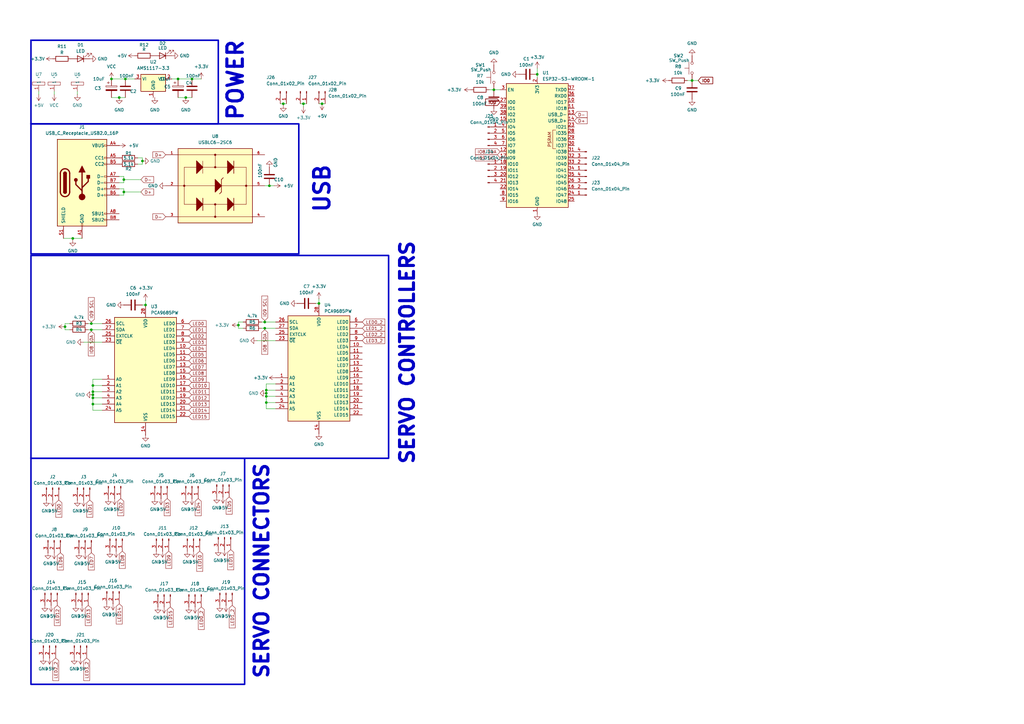
<source format=kicad_sch>
(kicad_sch (version 20250114) (generator "eeschema") (generator_version "9.0")
  (paper "A3")
  (lib_symbols
    (symbol "Connector:Conn_01x02_Pin" (pin_names (offset 1.016) (hide yes))
      (property "Reference" "J" (at 0 2.54 0))
      (property "Value" "Conn_01x02_Pin" (at 0 -5.08 0))
      (symbol "Conn_01x02_Pin_1_1"
        (pin passive line (at 5.08 0 180) (length 3.81) (name "Pin_1") (number "1"))
        (pin passive line (at 5.08 -2.54 180) (length 3.81) (name "Pin_2") (number "2"))
      )
    )
    (symbol "Connector:Conn_01x03_Pin" (pin_names (offset 1.016) (hide yes))
      (property "Reference" "J" (at 0 5.08 0))
      (property "Value" "Conn_01x03_Pin" (at 0 -5.08 0))
      (symbol "Conn_01x03_Pin_1_1"
        (pin passive line (at 5.08 2.54 180) (length 3.81) (name "Pin_1") (number "1"))
        (pin passive line (at 5.08 0 180) (length 3.81) (name "Pin_2") (number "2"))
        (pin passive line (at 5.08 -2.54 180) (length 3.81) (name "Pin_3") (number "3"))
      )
    )
    (symbol "Connector:Conn_01x04_Pin" (pin_names (offset 1.016) (hide yes))
      (property "Reference" "J" (at 0 5.08 0))
      (property "Value" "Conn_01x04_Pin" (at 0 -7.62 0))
      (symbol "Conn_01x04_Pin_1_1"
        (pin passive line (at 5.08 2.54 180) (length 3.81) (name "Pin_1") (number "1"))
        (pin passive line (at 5.08 0 180) (length 3.81) (name "Pin_2") (number "2"))
        (pin passive line (at 5.08 -2.54 180) (length 3.81) (name "Pin_3") (number "3"))
        (pin passive line (at 5.08 -5.08 180) (length 3.81) (name "Pin_4") (number "4"))
      )
    )
    (symbol "Connector:USB_C_Receptacle_USB2.0_16P" (pin_names (offset 1.016))
      (property "Reference" "J" (at 0 22.225 0))
      (property "Value" "USB_C_Receptacle_USB2.0_16P" (at 0 19.685 0))
      (symbol "USB_C_Receptacle_USB2.0_16P_1_1"
        (pin passive line (at -7.62 -22.86 90) (length 5.08) (name "SHIELD") (number "S1"))
        (pin passive line (at 0 -22.86 90) (length 5.08) (name "GND") (number "A1"))
        (pin passive line (at 0 -22.86 90) (length 5.08) (hide yes) (name "GND") (number "A12"))
        (pin passive line (at 0 -22.86 90) (length 5.08) (hide yes) (name "GND") (number "B1"))
        (pin passive line (at 0 -22.86 90) (length 5.08) (hide yes) (name "GND") (number "B12"))
        (pin passive line (at 15.24 15.24 180) (length 5.08) (name "VBUS") (number "A4"))
        (pin passive line (at 15.24 15.24 180) (length 5.08) (hide yes) (name "VBUS") (number "A9"))
        (pin passive line (at 15.24 15.24 180) (length 5.08) (hide yes) (name "VBUS") (number "B4"))
        (pin passive line (at 15.24 15.24 180) (length 5.08) (hide yes) (name "VBUS") (number "B9"))
        (pin bidirectional line (at 15.24 10.16 180) (length 5.08) (name "CC1") (number "A5"))
        (pin bidirectional line (at 15.24 7.62 180) (length 5.08) (name "CC2") (number "B5"))
        (pin bidirectional line (at 15.24 2.54 180) (length 5.08) (name "D-") (number "A7"))
        (pin bidirectional line (at 15.24 0 180) (length 5.08) (name "D-") (number "B7"))
        (pin bidirectional line (at 15.24 -2.54 180) (length 5.08) (name "D+") (number "A6"))
        (pin bidirectional line (at 15.24 -5.08 180) (length 5.08) (name "D+") (number "B6"))
        (pin bidirectional line (at 15.24 -12.7 180) (length 5.08) (name "SBU1") (number "A8"))
        (pin bidirectional line (at 15.24 -15.24 180) (length 5.08) (name "SBU2") (number "B8"))
      )
    )
    (symbol "Device:C" (pin_numbers (hide yes)) (pin_names (offset 0.254))
      (property "Reference" "C" (at 0.635 2.54 0))
      (property "Value" "C" (at 0.635 -2.54 0))
      (symbol "C_1_1"
        (pin passive line (at 0 3.81 270) (length 2.794) (name "~") (number "1"))
        (pin passive line (at 0 -3.81 90) (length 2.794) (name "~") (number "2"))
      )
    )
    (symbol "Device:C_Polarized" (pin_numbers (hide yes)) (pin_names (offset 0.254))
      (property "Reference" "C" (at 0.635 2.54 0))
      (property "Value" "C_Polarized" (at 0.635 -2.54 0))
      (symbol "C_Polarized_1_1"
        (pin passive line (at 0 3.81 270) (length 2.794) (name "~") (number "1"))
        (pin passive line (at 0 -3.81 90) (length 2.794) (name "~") (number "2"))
      )
    )
    (symbol "Device:LED" (pin_numbers (hide yes)) (pin_names (offset 1.016) (hide yes))
      (property "Reference" "D" (at 0 2.54 0))
      (property "Value" "LED" (at 0 -2.54 0))
      (symbol "LED_1_1"
        (pin passive line (at -3.81 0 0) (length 2.54) (name "K") (number "1"))
        (pin passive line (at 3.81 0 180) (length 2.54) (name "A") (number "2"))
      )
    )
    (symbol "Device:R" (pin_numbers (hide yes)) (pin_names (offset 0))
      (property "Reference" "R" (at 2.032 0 90))
      (property "Value" "R" (at 0 0 90))
      (symbol "R_1_1"
        (pin passive line (at 0 3.81 270) (length 1.27) (name "~") (number "1"))
        (pin passive line (at 0 -3.81 90) (length 1.27) (name "~") (number "2"))
      )
    )
    (symbol "Driver_LED:PCA9685PW"
      (property "Reference" "U" (at -12.7 22.225 0))
      (property "Value" "PCA9685PW" (at 1.27 22.225 0))
      (symbol "PCA9685PW_1_1"
        (pin input line (at -17.78 17.78 0) (length 5.08) (name "SCL") (number "26"))
        (pin bidirectional line (at -17.78 15.24 0) (length 5.08) (name "SDA") (number "27"))
        (pin input line (at -17.78 12.7 0) (length 5.08) (name "EXTCLK") (number "25"))
        (pin input line (at -17.78 10.16 0) (length 5.08) (name "~{OE}") (number "23"))
        (pin input line (at -17.78 -5.08 0) (length 5.08) (name "A0") (number "1"))
        (pin input line (at -17.78 -7.62 0) (length 5.08) (name "A1") (number "2"))
        (pin input line (at -17.78 -10.16 0) (length 5.08) (name "A2") (number "3"))
        (pin input line (at -17.78 -12.7 0) (length 5.08) (name "A3") (number "4"))
        (pin input line (at -17.78 -15.24 0) (length 5.08) (name "A4") (number "5"))
        (pin input line (at -17.78 -17.78 0) (length 5.08) (name "A5") (number "24"))
        (pin power_in line (at 0 25.4 270) (length 5.08) (name "VDD") (number "28"))
        (pin power_in line (at 0 -27.94 90) (length 5.08) (name "VSS") (number "14"))
        (pin output line (at 17.78 17.78 180) (length 5.08) (name "LED0") (number "6"))
        (pin output line (at 17.78 15.24 180) (length 5.08) (name "LED1") (number "7"))
        (pin output line (at 17.78 12.7 180) (length 5.08) (name "LED2") (number "8"))
        (pin output line (at 17.78 10.16 180) (length 5.08) (name "LED3") (number "9"))
        (pin output line (at 17.78 7.62 180) (length 5.08) (name "LED4") (number "10"))
        (pin output line (at 17.78 5.08 180) (length 5.08) (name "LED5") (number "11"))
        (pin output line (at 17.78 2.54 180) (length 5.08) (name "LED6") (number "12"))
        (pin output line (at 17.78 0 180) (length 5.08) (name "LED7") (number "13"))
        (pin output line (at 17.78 -2.54 180) (length 5.08) (name "LED8") (number "15"))
        (pin output line (at 17.78 -5.08 180) (length 5.08) (name "LED9") (number "16"))
        (pin output line (at 17.78 -7.62 180) (length 5.08) (name "LED10") (number "17"))
        (pin output line (at 17.78 -10.16 180) (length 5.08) (name "LED11") (number "18"))
        (pin output line (at 17.78 -12.7 180) (length 5.08) (name "LED12") (number "19"))
        (pin output line (at 17.78 -15.24 180) (length 5.08) (name "LED13") (number "20"))
        (pin output line (at 17.78 -17.78 180) (length 5.08) (name "LED14") (number "21"))
        (pin output line (at 17.78 -20.32 180) (length 5.08) (name "LED15") (number "22"))
      )
    )
    (symbol "Pad3:_1"
      (property "Reference" "U" (at 0 0 0))
      (symbol "_1_1_1"
        (pin input line (at 2.54 -3.81 90) (length 2.54) (name "1") (number "1"))
      )
    )
    (symbol "RF_Module:ESP32-S3-WROOM-1"
      (property "Reference" "U" (at -12.7 26.67 0))
      (property "Value" "ESP32-S3-WROOM-1" (at 12.7 26.67 0))
      (symbol "ESP32-S3-WROOM-1_0_0"
        (text "PSRAM" (at 5.08 2.54 900) (effects (font (size 1.27 1.27))))
      )
      (symbol "ESP32-S3-WROOM-1_1_1"
        (pin input line (at -15.24 22.86 0) (length 2.54) (name "EN") (number "3"))
        (pin bidirectional line (at -15.24 17.78 0) (length 2.54) (name "IO0") (number "27"))
        (pin bidirectional line (at -15.24 15.24 0) (length 2.54) (name "IO1") (number "39"))
        (pin bidirectional line (at -15.24 12.7 0) (length 2.54) (name "IO2") (number "38"))
        (pin bidirectional line (at -15.24 10.16 0) (length 2.54) (name "IO3") (number "15"))
        (pin bidirectional line (at -15.24 7.62 0) (length 2.54) (name "IO4") (number "4"))
        (pin bidirectional line (at -15.24 5.08 0) (length 2.54) (name "IO5") (number "5"))
        (pin bidirectional line (at -15.24 2.54 0) (length 2.54) (name "IO6") (number "6"))
        (pin bidirectional line (at -15.24 0 0) (length 2.54) (name "IO7") (number "7"))
        (pin bidirectional line (at -15.24 -2.54 0) (length 2.54) (name "IO8") (number "12"))
        (pin bidirectional line (at -15.24 -5.08 0) (length 2.54) (name "IO9") (number "17"))
        (pin bidirectional line (at -15.24 -7.62 0) (length 2.54) (name "IO10") (number "18"))
        (pin bidirectional line (at -15.24 -10.16 0) (length 2.54) (name "IO11") (number "19"))
        (pin bidirectional line (at -15.24 -12.7 0) (length 2.54) (name "IO12") (number "20"))
        (pin bidirectional line (at -15.24 -15.24 0) (length 2.54) (name "IO13") (number "21"))
        (pin bidirectional line (at -15.24 -17.78 0) (length 2.54) (name "IO14") (number "22"))
        (pin bidirectional line (at -15.24 -20.32 0) (length 2.54) (name "IO15") (number "8"))
        (pin bidirectional line (at -15.24 -22.86 0) (length 2.54) (name "IO16") (number "9"))
        (pin power_in line (at 0 27.94 270) (length 2.54) (name "3V3") (number "2"))
        (pin power_in line (at 0 -27.94 90) (length 2.54) (name "GND") (number "1"))
        (pin passive line (at 0 -27.94 90) (length 2.54) (hide yes) (name "GND") (number "40"))
        (pin passive line (at 0 -27.94 90) (length 2.54) (hide yes) (name "GND") (number "41"))
        (pin bidirectional line (at 15.24 22.86 180) (length 2.54) (name "TXD0") (number "37"))
        (pin bidirectional line (at 15.24 20.32 180) (length 2.54) (name "RXD0") (number "36"))
        (pin bidirectional line (at 15.24 17.78 180) (length 2.54) (name "IO17") (number "10"))
        (pin bidirectional line (at 15.24 15.24 180) (length 2.54) (name "IO18") (number "11"))
        (pin bidirectional line (at 15.24 12.7 180) (length 2.54) (name "USB_D-") (number "13"))
        (pin bidirectional line (at 15.24 10.16 180) (length 2.54) (name "USB_D+") (number "14"))
        (pin bidirectional line (at 15.24 7.62 180) (length 2.54) (name "IO21") (number "23"))
        (pin bidirectional line (at 15.24 5.08 180) (length 2.54) (name "IO35") (number "28"))
        (pin bidirectional line (at 15.24 2.54 180) (length 2.54) (name "IO36") (number "29"))
        (pin bidirectional line (at 15.24 0 180) (length 2.54) (name "IO37") (number "30"))
        (pin bidirectional line (at 15.24 -2.54 180) (length 2.54) (name "IO38") (number "31"))
        (pin bidirectional line (at 15.24 -5.08 180) (length 2.54) (name "IO39") (number "32"))
        (pin bidirectional line (at 15.24 -7.62 180) (length 2.54) (name "IO40") (number "33"))
        (pin bidirectional line (at 15.24 -10.16 180) (length 2.54) (name "IO41") (number "34"))
        (pin bidirectional line (at 15.24 -12.7 180) (length 2.54) (name "IO42") (number "35"))
        (pin bidirectional line (at 15.24 -15.24 180) (length 2.54) (name "IO45") (number "26"))
        (pin bidirectional line (at 15.24 -17.78 180) (length 2.54) (name "IO46") (number "16"))
        (pin bidirectional line (at 15.24 -20.32 180) (length 2.54) (name "IO47") (number "24"))
        (pin bidirectional line (at 15.24 -22.86 180) (length 2.54) (name "IO48") (number "25"))
      )
    )
    (symbol "Regulator_Linear:AMS1117-3.3"
      (property "Reference" "U" (at -3.81 3.175 0))
      (property "Value" "AMS1117-3.3" (at 0 3.175 0))
      (symbol "AMS1117-3.3_1_1"
        (pin power_in line (at -7.62 0 0) (length 2.54) (name "VI") (number "3"))
        (pin power_in line (at 0 -7.62 90) (length 2.54) (name "GND") (number "1"))
        (pin power_out line (at 7.62 0 180) (length 2.54) (name "VO") (number "2"))
      )
    )
    (symbol "Switch:SW_Push" (pin_numbers (hide yes)) (pin_names (offset 1.016) (hide yes))
      (property "Reference" "SW" (at 1.27 2.54 0))
      (property "Value" "SW_Push" (at 0 -1.524 0))
      (symbol "SW_Push_0_1"
        (pin passive line (at -5.08 0 0) (length 2.54) (name "1") (number "1"))
        (pin passive line (at 5.08 0 180) (length 2.54) (name "2") (number "2"))
      )
    )
    (symbol "USBLC6-2SC6:USBLC6-2SC6" (pin_names (offset 1.016))
      (property "Reference" "U" (at -15.2693 17.8093 0))
      (property "Value" "USBLC6-2SC6" (at -15.2559 -17.7959 0))
      (symbol "USBLC6-2SC6_0_0"
        (pin bidirectional line (at -20.32 12.7 0) (length 5.08) (name "~") (number "1"))
        (pin power_in line (at -20.32 0 0) (length 5.08) (name "~") (number "2"))
        (pin bidirectional line (at -20.32 -12.7 0) (length 5.08) (name "~") (number "3"))
        (pin bidirectional line (at 20.32 12.7 180) (length 5.08) (name "~") (number "6"))
        (pin power_in line (at 20.32 0 180) (length 5.08) (name "~") (number "5"))
        (pin bidirectional line (at 20.32 -12.7 180) (length 5.08) (name "~") (number "4"))
      )
    )
    (symbol "power:+3.3V" (power) (pin_numbers (hide yes)) (pin_names (offset 0) (hide yes))
      (property "Value" "+3.3V" (at 0 3.556 0))
      (symbol "+3.3V_1_1"
        (pin power_in line (at 0 0 90) (length 0) (name "~") (number "1"))
      )
    )
    (symbol "power:+5V" (power) (pin_numbers (hide yes)) (pin_names (offset 0) (hide yes))
      (property "Value" "+5V" (at 0 3.556 0))
      (symbol "+5V_1_1"
        (pin power_in line (at 0 0 90) (length 0) (name "~") (number "1"))
      )
    )
    (symbol "power:GND" (power) (pin_numbers (hide yes)) (pin_names (offset 0) (hide yes))
      (property "Value" "GND" (at 0 -3.81 0))
      (symbol "GND_1_1"
        (pin power_in line (at 0 0 270) (length 0) (name "~") (number "1"))
      )
    )
    (symbol "power:VCC" (power) (pin_numbers (hide yes)) (pin_names (offset 0) (hide yes))
      (property "Value" "VCC" (at 0 3.556 0))
      (symbol "VCC_1_1"
        (pin power_in line (at 0 0 90) (length 0) (name "~") (number "1"))
      )
    )
  )
  (rectangle (start 12.7 16.51) (end 89.535 50.8) (stroke (width 0.635)))
  (rectangle (start 12.7 104.775) (end 159.385 187.96) (stroke (width 0.635)))
  (rectangle (start 12.7 50.8) (end 122.555 104.14) (stroke (width 0.635)))
  (rectangle (start 12.7 187.96) (end 100.33 280.67) (stroke (width 0.635)))
  (text "SERVO CONNECTORS\n" (at 107.315 234.315 90) (effects (font (size 5.715 5.715) (thickness 1.27) (bold yes))))
  (text "SERVO CONTROLLERS" (at 167.005 144.78 90) (effects (font (size 5.715 5.715) (thickness 1.27) (bold yes))))
  (text "USB" (at 132.08 77.47 90) (effects (font (size 6.35 6.35) (thickness 1.27) (bold yes))))
  (text "POWER" (at 96.52 33.02 90) (effects (font (size 6.35 6.35) (thickness 1.27) (bold yes))))
  (junction (at 109.22 160.02))
  (junction (at 37.465 135.255))
  (junction (at 108.585 134.62))
  (junction (at 38.1 161.925))
  (junction (at 97.79 133.35))
  (junction (at 29.845 97.79))
  (junction (at 51.435 32.385))
  (junction (at 38.1 165.735))
  (junction (at 38.1 160.655))
  (junction (at 116.205 42.545))
  (junction (at 109.22 161.29))
  (junction (at 124.46 42.545))
  (junction (at 73.025 32.385))
  (junction (at 59.69 125.095))
  (junction (at 38.1 163.195))
  (junction (at 37.465 132.715))
  (junction (at 38.1 158.115))
  (junction (at 26.67 133.985))
  (junction (at 78.74 32.385))
  (junction (at 130.81 124.46))
  (junction (at 202.565 36.83))
  (junction (at 76.2 40.005))
  (junction (at 283.845 33.02))
  (junction (at 108.585 132.08))
  (junction (at 48.895 40.005))
  (junction (at 132.08 42.545))
  (junction (at 50.8 73.66))
  (junction (at 109.22 162.56))
  (junction (at 110.49 76.2))
  (junction (at 220.345 30.48))
  (junction (at 58.42 66.04))
  (junction (at 45.72 32.385))
  (junction (at 109.22 165.1))
  (junction (at 50.8 78.74))
  (wire (pts (xy 109.22 165.1) (xy 109.22 167.64)))
  (wire (pts (xy 50.8 72.39) (xy 50.8 73.66)))
  (wire (pts (xy 28.575 132.715) (xy 26.67 132.715)))
  (wire (pts (xy 50.8 73.66) (xy 57.785 73.66)))
  (wire (pts (xy 31.75 38.735) (xy 31.75 37.465)))
  (wire (pts (xy 132.08 42.545) (xy 133.35 42.545)))
  (wire (pts (xy 38.1 165.735) (xy 38.1 168.275)))
  (wire (pts (xy 48.895 74.93) (xy 50.8 74.93)))
  (wire (pts (xy 97.79 134.62) (xy 99.695 134.62)))
  (wire (pts (xy 109.22 162.56) (xy 109.22 161.29)))
  (wire (pts (xy 38.1 158.115) (xy 41.91 158.115)))
  (wire (pts (xy 41.91 155.575) (xy 38.1 155.575)))
  (wire (pts (xy 22.225 38.735) (xy 22.225 37.465)))
  (wire (pts (xy 70.485 32.385) (xy 73.025 32.385)))
  (wire (pts (xy 50.8 73.66) (xy 50.8 74.93)))
  (wire (pts (xy 200.66 36.83) (xy 202.565 36.83)))
  (wire (pts (xy 58.42 125.095) (xy 59.69 125.095)))
  (wire (pts (xy 41.91 168.275) (xy 38.1 168.275)))
  (wire (pts (xy 123.19 42.545) (xy 124.46 42.545)))
  (wire (pts (xy 108.585 131.445) (xy 108.585 132.08)))
  (wire (pts (xy 113.03 162.56) (xy 109.22 162.56)))
  (wire (pts (xy 45.72 32.385) (xy 51.435 32.385)))
  (wire (pts (xy 108.585 132.08) (xy 113.03 132.08)))
  (wire (pts (xy 130.81 122.555) (xy 130.81 124.46)))
  (wire (pts (xy 109.22 160.02) (xy 109.22 161.29)))
  (wire (pts (xy 112.395 76.2) (xy 110.49 76.2)))
  (wire (pts (xy 108.585 134.62) (xy 113.03 134.62)))
  (wire (pts (xy 34.29 140.335) (xy 41.91 140.335)))
  (wire (pts (xy 109.22 162.56) (xy 109.22 165.1)))
  (wire (pts (xy 38.1 158.115) (xy 38.1 160.655)))
  (wire (pts (xy 48.895 80.01) (xy 50.8 80.01)))
  (wire (pts (xy 108.585 135.255) (xy 108.585 134.62)))
  (wire (pts (xy 59.69 123.19) (xy 59.69 125.095)))
  (wire (pts (xy 48.895 77.47) (xy 50.8 77.47)))
  (wire (pts (xy 38.1 160.655) (xy 41.91 160.655)))
  (wire (pts (xy 26.035 97.79) (xy 29.845 97.79)))
  (wire (pts (xy 129.54 124.46) (xy 130.81 124.46)))
  (wire (pts (xy 97.79 132.08) (xy 97.79 133.35)))
  (wire (pts (xy 41.91 165.735) (xy 38.1 165.735)))
  (wire (pts (xy 99.695 132.08) (xy 97.79 132.08)))
  (wire (pts (xy 58.42 67.31) (xy 56.515 67.31)))
  (wire (pts (xy 36.195 132.715) (xy 37.465 132.715)))
  (wire (pts (xy 48.895 72.39) (xy 50.8 72.39)))
  (wire (pts (xy 109.22 157.48) (xy 109.22 160.02)))
  (wire (pts (xy 109.22 160.02) (xy 113.03 160.02)))
  (wire (pts (xy 220.345 27.94) (xy 220.345 30.48)))
  (wire (pts (xy 109.22 157.48) (xy 113.03 157.48)))
  (wire (pts (xy 26.67 132.715) (xy 26.67 133.985)))
  (wire (pts (xy 37.465 135.89) (xy 37.465 135.255)))
  (wire (pts (xy 26.67 135.255) (xy 28.575 135.255)))
  (wire (pts (xy 114.935 42.545) (xy 116.205 42.545)))
  (wire (pts (xy 50.8 78.74) (xy 57.785 78.74)))
  (wire (pts (xy 105.41 139.7) (xy 113.03 139.7)))
  (wire (pts (xy 38.1 163.195) (xy 38.1 165.735)))
  (wire (pts (xy 48.895 40.005) (xy 51.435 40.005)))
  (wire (pts (xy 202.565 36.83) (xy 205.105 36.83)))
  (wire (pts (xy 283.845 33.02) (xy 286.385 33.02)))
  (wire (pts (xy 58.42 66.04) (xy 58.42 67.31)))
  (wire (pts (xy 107.315 134.62) (xy 108.585 134.62)))
  (wire (pts (xy 281.94 33.02) (xy 283.845 33.02)))
  (wire (pts (xy 113.03 167.64) (xy 109.22 167.64)))
  (wire (pts (xy 26.67 133.985) (xy 26.67 135.255)))
  (wire (pts (xy 38.1 163.195) (xy 38.1 161.925)))
  (wire (pts (xy 37.465 132.715) (xy 41.91 132.715)))
  (wire (pts (xy 116.205 42.545) (xy 117.475 42.545)))
  (wire (pts (xy 73.025 32.385) (xy 78.74 32.385)))
  (wire (pts (xy 58.42 64.77) (xy 58.42 66.04)))
  (wire (pts (xy 33.655 97.79) (xy 29.845 97.79)))
  (wire (pts (xy 113.03 165.1) (xy 109.22 165.1)))
  (wire (pts (xy 38.1 160.655) (xy 38.1 161.925)))
  (wire (pts (xy 29.845 97.79) (xy 29.845 98.425)))
  (wire (pts (xy 15.875 38.735) (xy 15.875 37.465)))
  (wire (pts (xy 41.91 163.195) (xy 38.1 163.195)))
  (wire (pts (xy 220.345 30.48) (xy 220.345 31.75)))
  (wire (pts (xy 124.46 42.545) (xy 125.73 42.545)))
  (wire (pts (xy 110.49 76.2) (xy 108.585 76.2)))
  (wire (pts (xy 56.515 64.77) (xy 58.42 64.77)))
  (wire (pts (xy 37.465 135.255) (xy 41.91 135.255)))
  (wire (pts (xy 76.2 40.005) (xy 78.74 40.005)))
  (wire (pts (xy 51.435 32.385) (xy 55.245 32.385)))
  (wire (pts (xy 107.315 132.08) (xy 108.585 132.08)))
  (wire (pts (xy 38.1 155.575) (xy 38.1 158.115)))
  (wire (pts (xy 78.74 32.385) (xy 82.55 32.385)))
  (wire (pts (xy 130.81 42.545) (xy 132.08 42.545)))
  (wire (pts (xy 37.465 132.08) (xy 37.465 132.715)))
  (wire (pts (xy 73.025 40.005) (xy 76.2 40.005)))
  (wire (pts (xy 36.195 135.255) (xy 37.465 135.255)))
  (wire (pts (xy 124.46 42.545) (xy 124.46 43.815)))
  (wire (pts (xy 97.79 133.35) (xy 97.79 134.62)))
  (wire (pts (xy 50.8 78.74) (xy 50.8 80.01)))
  (wire (pts (xy 45.72 40.005) (xy 48.895 40.005)))
  (wire (pts (xy 116.205 42.545) (xy 116.205 43.18)))
  (wire (pts (xy 50.8 77.47) (xy 50.8 78.74)))
  (global_label "LED10" (shape input) (at 77.47 158.115 0) (property "Intersheetrefs" "${INTERSHEET_REFS}" (effects (hide yes))))
  (global_label "D+" (shape input) (at 235.585 49.53 0) (property "Intersheetrefs" "${INTERSHEET_REFS}" (effects (hide yes))))
  (global_label "LED3_2" (shape input) (at 148.59 139.7 0) (property "Intersheetrefs" "${INTERSHEET_REFS}" (effects (hide yes))))
  (global_label "LED6" (shape input) (at 77.47 147.955 0) (property "Intersheetrefs" "${INTERSHEET_REFS}" (effects (hide yes))))
  (global_label "LED1" (shape input) (at 77.47 135.255 0) (property "Intersheetrefs" "${INTERSHEET_REFS}" (effects (hide yes))))
  (global_label "LED2_2" (shape input) (at 148.59 137.16 0) (property "Intersheetrefs" "${INTERSHEET_REFS}" (effects (hide yes))))
  (global_label "D-" (shape input) (at 67.945 88.9 180) (property "Intersheetrefs" "${INTERSHEET_REFS}" (effects (hide yes))))
  (global_label "LED0_2" (shape input) (at 148.59 132.08 0) (property "Intersheetrefs" "${INTERSHEET_REFS}" (effects (hide yes))))
  (global_label "LED12" (shape input) (at 23.495 248.285 270) (property "Intersheetrefs" "${INTERSHEET_REFS}" (effects (hide yes))))
  (global_label "IO9 SCL" (shape input) (at 205.105 64.77 180) (property "Intersheetrefs" "${INTERSHEET_REFS}" (effects (hide yes))))
  (global_label "IO8 SDA" (shape input) (at 205.105 62.23 180) (property "Intersheetrefs" "${INTERSHEET_REFS}" (effects (hide yes))))
  (global_label "LED4" (shape input) (at 77.47 142.875 0) (property "Intersheetrefs" "${INTERSHEET_REFS}" (effects (hide yes))))
  (global_label "LED8" (shape input) (at 77.47 153.035 0) (property "Intersheetrefs" "${INTERSHEET_REFS}" (effects (hide yes))))
  (global_label "LED0_2" (shape input) (at 82.55 248.92 270) (property "Intersheetrefs" "${INTERSHEET_REFS}" (effects (hide yes))))
  (global_label "LED7" (shape input) (at 37.465 226.695 270) (property "Intersheetrefs" "${INTERSHEET_REFS}" (effects (hide yes))))
  (global_label "LED5" (shape input) (at 77.47 145.415 0) (property "Intersheetrefs" "${INTERSHEET_REFS}" (effects (hide yes))))
  (global_label "LED0" (shape input) (at 24.13 205.105 270) (property "Intersheetrefs" "${INTERSHEET_REFS}" (effects (hide yes))))
  (global_label "LED10" (shape input) (at 81.915 226.06 270) (property "Intersheetrefs" "${INTERSHEET_REFS}" (effects (hide yes))))
  (global_label "LED1_2" (shape input) (at 148.59 134.62 0) (property "Intersheetrefs" "${INTERSHEET_REFS}" (effects (hide yes))))
  (global_label "LED8" (shape input) (at 50.165 226.06 270) (property "Intersheetrefs" "${INTERSHEET_REFS}" (effects (hide yes))))
  (global_label "LED0" (shape input) (at 77.47 132.715 0) (property "Intersheetrefs" "${INTERSHEET_REFS}" (effects (hide yes))))
  (global_label "LED1" (shape input) (at 36.83 205.105 270) (property "Intersheetrefs" "${INTERSHEET_REFS}" (effects (hide yes))))
  (global_label "LED11" (shape input) (at 94.615 225.425 270) (property "Intersheetrefs" "${INTERSHEET_REFS}" (effects (hide yes))))
  (global_label "LED3_2" (shape input) (at 35.56 269.875 270) (property "Intersheetrefs" "${INTERSHEET_REFS}" (effects (hide yes))))
  (global_label "LED11" (shape input) (at 77.47 160.655 0) (property "Intersheetrefs" "${INTERSHEET_REFS}" (effects (hide yes))))
  (global_label "IO0" (shape input) (at 205.105 41.91 180) (effects (font (thickness 0.254) (bold yes))) (property "Intersheetrefs" "${INTERSHEET_REFS}" (effects (hide yes))))
  (global_label "LED9" (shape input) (at 77.47 155.575 0) (property "Intersheetrefs" "${INTERSHEET_REFS}" (effects (hide yes))))
  (global_label "LED15" (shape input) (at 69.85 248.92 270) (property "Intersheetrefs" "${INTERSHEET_REFS}" (effects (hide yes))))
  (global_label "IO0" (shape input) (at 286.385 33.02 0) (effects (font (thickness 0.254) (bold yes))) (property "Intersheetrefs" "${INTERSHEET_REFS}" (effects (hide yes))))
  (global_label "LED14" (shape input) (at 48.895 247.65 270) (property "Intersheetrefs" "${INTERSHEET_REFS}" (effects (hide yes))))
  (global_label "LED14" (shape input) (at 77.47 168.275 0) (property "Intersheetrefs" "${INTERSHEET_REFS}" (effects (hide yes))))
  (global_label "LED4" (shape input) (at 81.28 204.47 270) (property "Intersheetrefs" "${INTERSHEET_REFS}" (effects (hide yes))))
  (global_label "LED13" (shape input) (at 77.47 165.735 0) (property "Intersheetrefs" "${INTERSHEET_REFS}" (effects (hide yes))))
  (global_label "LED3" (shape input) (at 77.47 140.335 0) (property "Intersheetrefs" "${INTERSHEET_REFS}" (effects (hide yes))))
  (global_label "D-" (shape input) (at 57.785 73.66 0) (property "Intersheetrefs" "${INTERSHEET_REFS}" (effects (hide yes))))
  (global_label "IO8 SDA" (shape input) (at 37.465 135.89 270) (property "Intersheetrefs" "${INTERSHEET_REFS}" (effects (hide yes))))
  (global_label "IO9 SCL" (shape input) (at 108.585 131.445 90) (property "Intersheetrefs" "${INTERSHEET_REFS}" (effects (hide yes))))
  (global_label "LED13" (shape input) (at 36.195 248.285 270) (property "Intersheetrefs" "${INTERSHEET_REFS}" (effects (hide yes))))
  (global_label "LED12" (shape input) (at 77.47 163.195 0) (property "Intersheetrefs" "${INTERSHEET_REFS}" (effects (hide yes))))
  (global_label "IO8 SDA" (shape input) (at 108.585 135.255 270) (property "Intersheetrefs" "${INTERSHEET_REFS}" (effects (hide yes))))
  (global_label "LED9" (shape input) (at 69.215 226.06 270) (property "Intersheetrefs" "${INTERSHEET_REFS}" (effects (hide yes))))
  (global_label "D-" (shape input) (at 235.585 46.99 0) (property "Intersheetrefs" "${INTERSHEET_REFS}" (effects (hide yes))))
  (global_label "LED2" (shape input) (at 49.53 204.47 270) (property "Intersheetrefs" "${INTERSHEET_REFS}" (effects (hide yes))))
  (global_label "LED6" (shape input) (at 24.765 226.695 270) (property "Intersheetrefs" "${INTERSHEET_REFS}" (effects (hide yes))))
  (global_label "LED7" (shape input) (at 77.47 150.495 0) (property "Intersheetrefs" "${INTERSHEET_REFS}" (effects (hide yes))))
  (global_label "LED2" (shape input) (at 77.47 137.795 0) (property "Intersheetrefs" "${INTERSHEET_REFS}" (effects (hide yes))))
  (global_label "LED1_2" (shape input) (at 95.25 248.285 270) (property "Intersheetrefs" "${INTERSHEET_REFS}" (effects (hide yes))))
  (global_label "LED3" (shape input) (at 68.58 204.47 270) (property "Intersheetrefs" "${INTERSHEET_REFS}" (effects (hide yes))))
  (global_label "D+" (shape input) (at 57.785 78.74 0) (property "Intersheetrefs" "${INTERSHEET_REFS}" (effects (hide yes))))
  (global_label "LED5" (shape input) (at 93.98 203.835 270) (property "Intersheetrefs" "${INTERSHEET_REFS}" (effects (hide yes))))
  (global_label "LED2_2" (shape input) (at 22.86 269.875 270) (property "Intersheetrefs" "${INTERSHEET_REFS}" (effects (hide yes))))
  (global_label "IO9 SCL" (shape input) (at 37.465 132.08 90) (property "Intersheetrefs" "${INTERSHEET_REFS}" (effects (hide yes))))
  (global_label "LED15" (shape input) (at 77.47 170.815 0) (property "Intersheetrefs" "${INTERSHEET_REFS}" (effects (hide yes))))
  (global_label "D+" (shape input) (at 67.945 63.5 180) (property "Intersheetrefs" "${INTERSHEET_REFS}" (effects (hide yes))))
  (symbol (lib_id "power:+5V") (at 92.075 225.425 180) (unit 1)
    (property "Reference" "#PWR054" (effects (hide yes)))
    (property "Value" "+5V" (at 92.075 229.87 0))
    (property "Description" "Power symbol creates a global label with name \"+5V\"" (effects (hide yes)))
  )
  (symbol (lib_id "power:GND") (at 116.205 43.18 0) (unit 1)
    (property "Reference" "#PWR078" (effects (hide yes)))
    (property "Value" "GND" (at 116.205 47.625 0))
    (property "Description" "Power symbol creates a global label with name \"GND\" , ground" (effects (hide yes)))
  )
  (symbol (lib_id "power:GND") (at 76.835 226.06 0) (unit 1)
    (property "Reference" "#PWR051" (effects (hide yes)))
    (property "Value" "GND" (at 76.835 230.505 0))
    (property "Description" "Power symbol creates a global label with name \"GND\" , ground" (effects (hide yes)))
  )
  (symbol (lib_id "power:+5V") (at 67.31 248.92 180) (unit 1)
    (property "Reference" "#PWR062" (effects (hide yes)))
    (property "Value" "+5V" (at 67.31 253.365 0))
    (property "Description" "Power symbol creates a global label with name \"+5V\"" (effects (hide yes)))
  )
  (symbol (lib_id "power:+3.3V") (at 274.32 33.02 90) (unit 1)
    (property "Reference" "#PWR029" (effects (hide yes)))
    (property "Value" "+3.3V" (at 270.51 33.0199 90) (effects (justify left)))
    (property "Description" "Power symbol creates a global label with name \"+3.3V\"" (effects (hide yes)))
  )
  (symbol (lib_id "Switch:SW_Push") (at 202.565 31.75 90) (unit 1)
    (property "Reference" "SW1" (at 194.945 26.67 90) (effects (justify right)))
    (property "Value" "SW_Push" (at 193.04 28.575 90) (effects (justify right)))
    (property "Footprint" "Button_Switch_SMD:SW_SPST_PTS645" (effects (hide yes)))
    (property "Description" "Push button switch, generic, two pins" (effects (hide yes)))
  )
  (symbol (lib_id "Connector:Conn_01x03_Pin") (at 67.31 243.84 270) (unit 1)
    (property "Reference" "J17" (at 67.31 239.395 90))
    (property "Value" "Conn_01x03_Pin" (at 67.31 241.935 90))
    (property "Footprint" "Connector_PinHeader_2.54mm:PinHeader_1x03_P2.54mm_Vertical" (effects (hide yes)))
    (property "Description" "Generic connector, single row, 01x03, script generated" (effects (hide yes)))
  )
  (symbol (lib_id "power:GND") (at 63.5 40.005 0) (unit 1)
    (property "Reference" "#PWR010" (effects (hide yes)))
    (property "Value" "GND" (at 63.5 45.085 0))
    (property "Description" "Power symbol creates a global label with name \"GND\" , ground" (effects (hide yes)))
  )
  (symbol (lib_id "Device:R") (at 59.055 22.86 90) (unit 1)
    (property "Reference" "R12" (at 59.055 18.415 90))
    (property "Value" "R" (at 59.055 20.32 90))
    (property "Footprint" "Resistor_SMD:R_0805_2012Metric" (effects (hide yes)))
    (property "Description" "Resistor" (effects (hide yes)))
  )
  (symbol (lib_id "Connector:Conn_01x03_Pin") (at 20.32 264.795 270) (unit 1)
    (property "Reference" "J20" (at 20.32 260.35 90))
    (property "Value" "Conn_01x03_Pin" (at 20.32 262.89 90))
    (property "Footprint" "Connector_PinHeader_2.54mm:PinHeader_1x03_P2.54mm_Vertical" (effects (hide yes)))
    (property "Description" "Generic connector, single row, 01x03, script generated" (effects (hide yes)))
  )
  (symbol (lib_id "power:+5V") (at 80.01 248.92 180) (unit 1)
    (property "Reference" "#PWR064" (effects (hide yes)))
    (property "Value" "+5V" (at 80.01 253.365 0))
    (property "Description" "Power symbol creates a global label with name \"+5V\"" (effects (hide yes)))
  )
  (symbol (lib_id "power:GND") (at 38.1 161.925 270) (unit 1)
    (property "Reference" "#PWR016" (effects (hide yes)))
    (property "Value" "GND" (at 34.925 161.9249 90) (effects (justify right)))
    (property "Description" "Power symbol creates a global label with name \"GND\" , ground" (effects (hide yes)))
  )
  (symbol (lib_id "Device:C") (at 51.435 36.195 180) (unit 1)
    (property "Reference" "C2" (at 53.34 37.465 0) (effects (justify right)))
    (property "Value" "100nF" (at 48.895 31.115 0) (effects (justify right)))
    (property "Footprint" "Capacitor_SMD:C_0805_2012Metric" (effects (hide yes)))
    (property "Description" "Unpolarized capacitor" (effects (hide yes)))
  )
  (symbol (lib_id "power:+5V") (at 92.71 248.285 180) (unit 1)
    (property "Reference" "#PWR066" (effects (hide yes)))
    (property "Value" "+5V" (at 92.71 252.73 0))
    (property "Description" "Power symbol creates a global label with name \"+5V\"" (effects (hide yes)))
  )
  (symbol (lib_id "Connector:Conn_01x03_Pin") (at 33.02 264.795 270) (unit 1)
    (property "Reference" "J21" (at 33.02 260.35 90))
    (property "Value" "Conn_01x03_Pin" (at 33.02 262.89 90))
    (property "Footprint" "Connector_PinHeader_2.54mm:PinHeader_1x03_P2.54mm_Vertical" (effects (hide yes)))
    (property "Description" "Generic connector, single row, 01x03, script generated" (effects (hide yes)))
  )
  (symbol (lib_id "USBLC6-2SC6:USBLC6-2SC6") (at 88.265 76.2 0) (unit 1)
    (property "Reference" "U8" (at 88.265 55.88 0))
    (property "Value" "USBLC6-2SC6" (at 88.265 58.42 0))
    (property "Footprint" "USBLC6-2SC6:USBLC6-2SC6" (effects (hide yes)))
    (property "Description" "17V Clamp 5A (8/20µs) Ipp Tvs Diode Surface Mount SOT-23-6" (effects (hide yes)))
    (property "MF" "STMicroelectronics" (effects (hide yes)))
    (property "PURCHASE-URL" "https://pricing.snapeda.com/search/part/USBLC6-2SC6/?ref=eda" (effects (hide yes)))
    (property "PACKAGE" "SOT-23-6 STMicroelectronics" (effects (hide yes)))
    (property "PRICE" "None" (effects (hide yes)))
    (property "Package" "SOT-23-6 STMicroelectronics" (effects (hide yes)))
    (property "Check_prices" "https://www.snapeda.com/parts/USBLC6-2SC6/STMicroelectronics/view-part/?ref=eda" (effects (hide yes)))
    (property "Price" "None" (effects (hide yes)))
    (property "SnapEDA_Link" "https://www.snapeda.com/parts/USBLC6-2SC6/STMicroelectronics/view-part/?ref=snap" (effects (hide yes)))
    (property "MP" "USBLC6-2SC6" (effects (hide yes)))
    (property "Purchase-URL" "https://www.snapeda.com/api/url_track_click_mouser/?unipart_id=231887&manufacturer=STMicroelectronics&part_name=USBLC6-2SC6&search_term=None" (effects (hide yes)))
    (property "Description_1" "17V Clamp 5A (8/20µs) Ipp Tvs Diode Surface Mount SOT-23-6" (effects (hide yes)))
    (property "Availability" "In Stock" (effects (hide yes)))
    (property "AVAILABILITY" "In Stock" (effects (hide yes)))
  )
  (symbol (lib_id "power:GND") (at 88.9 203.835 0) (unit 1)
    (property "Reference" "#PWR041" (effects (hide yes)))
    (property "Value" "GND" (at 88.9 208.28 0))
    (property "Description" "Power symbol creates a global label with name \"GND\" , ground" (effects (hide yes)))
  )
  (symbol (lib_id "power:GND") (at 29.845 98.425 0) (unit 1)
    (property "Reference" "#PWR04" (effects (hide yes)))
    (property "Value" "GND" (at 29.845 102.87 0))
    (property "Description" "Power symbol creates a global label with name \"GND\" , ground" (effects (hide yes)))
  )
  (symbol (lib_id "Device:R") (at 196.85 36.83 90) (unit 1)
    (property "Reference" "R7" (at 196.85 31.115 90))
    (property "Value" "10k" (at 196.85 33.655 90))
    (property "Footprint" "Resistor_SMD:R_0805_2012Metric" (effects (hide yes)))
    (property "Description" "Resistor" (effects (hide yes)))
  )
  (symbol (lib_id "power:+5V") (at 34.925 226.695 180) (unit 1)
    (property "Reference" "#PWR046" (effects (hide yes)))
    (property "Value" "+5V" (at 34.925 231.14 0))
    (property "Description" "Power symbol creates a global label with name \"+5V\"" (effects (hide yes)))
  )
  (symbol (lib_id "Connector:Conn_01x03_Pin") (at 66.04 199.39 270) (unit 1)
    (property "Reference" "J5" (at 66.04 194.945 90))
    (property "Value" "Conn_01x03_Pin" (at 66.04 197.485 90))
    (property "Footprint" "Connector_PinHeader_2.54mm:PinHeader_1x03_P2.54mm_Vertical" (effects (hide yes)))
    (property "Description" "Generic connector, single row, 01x03, script generated" (effects (hide yes)))
  )
  (symbol (lib_id "power:GND") (at 34.29 140.335 270) (unit 1)
    (property "Reference" "#PWR014" (effects (hide yes)))
    (property "Value" "GND" (at 31.115 140.3349 90) (effects (justify right)))
    (property "Description" "Power symbol creates a global label with name \"GND\" , ground" (effects (hide yes)))
  )
  (symbol (lib_id "Connector:USB_C_Receptacle_USB2.0_16P") (at 33.655 74.93 0) (unit 1)
    (property "Reference" "J1" (at 33.655 52.07 0))
    (property "Value" "USB_C_Receptacle_USB2.0_16P" (at 33.655 54.61 0))
    (property "Footprint" "Connector_USB:USB_C_Receptacle_GCT_USB4105-xx-A_16P_TopMnt_Horizontal" (effects (hide yes)))
    (property "Datasheet" "https://www.usb.org/sites/default/files/documents/usb_type-c.zip" (effects (hide yes)))
    (property "Description" "USB 2.0-only 16P Type-C Receptacle connector" (effects (hide yes)))
  )
  (symbol (lib_id "Switch:SW_Push") (at 283.845 27.94 90) (unit 1)
    (property "Reference" "SW2" (at 276.225 22.86 90) (effects (justify right)))
    (property "Value" "SW_Push" (at 274.32 24.765 90) (effects (justify right)))
    (property "Footprint" "Button_Switch_SMD:SW_SPST_PTS645" (effects (hide yes)))
    (property "Description" "Push button switch, generic, two pins" (effects (hide yes)))
  )
  (symbol (lib_id "power:+5V") (at 20.955 248.285 180) (unit 1)
    (property "Reference" "#PWR056" (effects (hide yes)))
    (property "Value" "+5V" (at 20.955 252.73 0))
    (property "Description" "Power symbol creates a global label with name \"+5V\"" (effects (hide yes)))
  )
  (symbol (lib_id "power:+5V") (at 33.02 269.875 180) (unit 1)
    (property "Reference" "#PWR070" (effects (hide yes)))
    (property "Value" "+5V" (at 33.02 274.32 0))
    (property "Description" "Power symbol creates a global label with name \"+5V\"" (effects (hide yes)))
  )
  (symbol (lib_id "power:+3.3V") (at 113.03 154.94 90) (unit 1)
    (property "Reference" "#PWR023" (effects (hide yes)))
    (property "Value" "+3.3V" (at 109.855 154.9399 90) (effects (justify left)))
    (property "Description" "Power symbol creates a global label with name \"+3.3V\"" (effects (hide yes)))
  )
  (symbol (lib_id "power:GND") (at 50.8 125.095 270) (unit 1)
    (property "Reference" "#PWR012" (effects (hide yes)))
    (property "Value" "GND" (at 47.625 125.0949 90) (effects (justify right)))
    (property "Description" "Power symbol creates a global label with name \"GND\" , ground" (effects (hide yes)))
  )
  (symbol (lib_id "Device:R") (at 32.385 132.715 90) (unit 1)
    (property "Reference" "R3" (at 32.385 132.715 90))
    (property "Value" "R" (effects (hide yes)))
    (property "Footprint" "Resistor_SMD:R_0805_2012Metric" (effects (hide yes)))
    (property "Description" "Resistor" (effects (hide yes)))
  )
  (symbol (lib_id "power:GND") (at 31.75 205.105 0) (unit 1)
    (property "Reference" "#PWR035" (effects (hide yes)))
    (property "Value" "GND" (at 31.75 209.55 0))
    (property "Description" "Power symbol creates a global label with name \"GND\" , ground" (effects (hide yes)))
  )
  (symbol (lib_id "power:GND") (at 130.81 177.8 0) (unit 1)
    (property "Reference" "#PWR022" (effects (hide yes)))
    (property "Value" "GND" (at 130.81 182.245 0))
    (property "Description" "Power symbol creates a global label with name \"GND\" , ground" (effects (hide yes)))
  )
  (symbol (lib_id "power:+3.3V") (at 26.67 133.985 90) (unit 1)
    (property "Reference" "#PWR015" (effects (hide yes)))
    (property "Value" "+3.3V" (at 22.86 133.9849 90) (effects (justify left)))
    (property "Description" "Power symbol creates a global label with name \"+3.3V\"" (effects (hide yes)))
  )
  (symbol (lib_id "Connector:Conn_01x03_Pin") (at 22.225 221.615 270) (unit 1)
    (property "Reference" "J8" (at 22.225 217.17 90))
    (property "Value" "Conn_01x03_Pin" (at 22.225 219.71 90))
    (property "Footprint" "Connector_PinHeader_2.54mm:PinHeader_1x03_P2.54mm_Vertical" (effects (hide yes)))
    (property "Description" "Generic connector, single row, 01x03, script generated" (effects (hide yes)))
  )
  (symbol (lib_id "Pad3:_1") (at 19.685 33.655 0) (unit 1)
    (property "Reference" "U5" (at 22.225 30.48 0))
    (property "Value" "~" (at 22.225 31.75 0))
    (property "Footprint" "CustomPad:pad" (effects (hide yes)))
  )
  (symbol (lib_id "power:+5V") (at 21.59 205.105 180) (unit 1)
    (property "Reference" "#PWR033" (effects (hide yes)))
    (property "Value" "+5V" (at 21.59 209.55 0))
    (property "Description" "Power symbol creates a global label with name \"+5V\"" (effects (hide yes)))
  )
  (symbol (lib_id "Device:C") (at 125.73 124.46 90) (unit 1)
    (property "Reference" "C7" (at 125.73 117.475 90))
    (property "Value" "100nF" (at 125.73 120.015 90))
    (property "Footprint" "Capacitor_SMD:C_0805_2012Metric" (effects (hide yes)))
    (property "Description" "Unpolarized capacitor" (effects (hide yes)))
  )
  (symbol (lib_id "power:+5V") (at 78.74 204.47 180) (unit 1)
    (property "Reference" "#PWR040" (effects (hide yes)))
    (property "Value" "+5V" (at 78.74 208.915 0))
    (property "Description" "Power symbol creates a global label with name \"+5V\"" (effects (hide yes)))
  )
  (symbol (lib_id "Device:R") (at 278.13 33.02 90) (unit 1)
    (property "Reference" "R8" (at 278.13 27.305 90))
    (property "Value" "10k" (at 278.13 29.845 90))
    (property "Footprint" "Resistor_SMD:R_0805_2012Metric" (effects (hide yes)))
    (property "Description" "Resistor" (effects (hide yes)))
  )
  (symbol (lib_id "Pad3:_1") (at 29.21 33.655 0) (unit 1)
    (property "Reference" "U6" (at 31.75 30.48 0))
    (property "Value" "~" (at 31.75 31.75 0))
    (property "Footprint" "CustomPad:pad" (effects (hide yes)))
  )
  (symbol (lib_id "Device:C_Polarized") (at 45.72 36.195 0) (unit 1)
    (property "Reference" "C3" (at 38.735 36.195 0) (effects (justify left)))
    (property "Value" "10uF" (at 38.1 32.385 0) (effects (justify left)))
    (property "Footprint" "Capacitor_SMD:CP_Elec_5x5.4" (effects (hide yes)))
    (property "Description" "Polarized capacitor" (effects (hide yes)))
  )
  (symbol (lib_id "Connector:Conn_01x03_Pin") (at 66.675 220.98 270) (unit 1)
    (property "Reference" "J11" (at 66.675 216.535 90))
    (property "Value" "Conn_01x03_Pin" (at 66.675 219.075 90))
    (property "Footprint" "Connector_PinHeader_2.54mm:PinHeader_1x03_P2.54mm_Vertical" (effects (hide yes)))
    (property "Description" "Generic connector, single row, 01x03, script generated" (effects (hide yes)))
  )
  (symbol (lib_id "Connector:Conn_01x03_Pin") (at 79.375 220.98 270) (unit 1)
    (property "Reference" "J12" (at 79.375 216.535 90))
    (property "Value" "Conn_01x03_Pin" (at 79.375 219.075 90))
    (property "Footprint" "Connector_PinHeader_2.54mm:PinHeader_1x03_P2.54mm_Vertical" (effects (hide yes)))
    (property "Description" "Generic connector, single row, 01x03, script generated" (effects (hide yes)))
  )
  (symbol (lib_id "power:GND") (at 67.945 76.2 270) (unit 1)
    (property "Reference" "#PWR083" (effects (hide yes)))
    (property "Value" "GND" (at 64.77 76.1999 90) (effects (justify right)))
    (property "Description" "Power symbol creates a global label with name \"GND\" , ground" (effects (hide yes)))
  )
  (symbol (lib_id "Driver_LED:PCA9685PW") (at 130.81 149.86 0) (unit 1)
    (property "Reference" "U4" (at 132.9533 125.095 0) (effects (justify left)))
    (property "Value" "PCA9685PW" (at 132.9533 127.635 0) (effects (justify left)))
    (property "Footprint" "Package_SO:TSSOP-28_4.4x9.7mm_P0.65mm" (effects (hide yes)))
    (property "Datasheet" "http://www.nxp.com/docs/en/data-sheet/PCA9685.pdf" (effects (hide yes)))
    (property "Description" "16-channel 12-bit PWM Fm+ I2C-bus LED controller RGBA TSSOP" (effects (hide yes)))
  )
  (symbol (lib_id "power:+5V") (at 22.225 226.695 180) (unit 1)
    (property "Reference" "#PWR044" (effects (hide yes)))
    (property "Value" "+5V" (at 22.225 231.14 0))
    (property "Description" "Power symbol creates a global label with name \"+5V\"" (effects (hide yes)))
  )
  (symbol (lib_id "power:GND") (at 48.895 40.005 0) (unit 1)
    (property "Reference" "#PWR07" (effects (hide yes)))
    (property "Value" "GND" (at 48.895 45.085 0))
    (property "Description" "Power symbol creates a global label with name \"GND\" , ground" (effects (hide yes)))
  )
  (symbol (lib_id "power:+5V") (at 46.99 204.47 180) (unit 1)
    (property "Reference" "#PWR038" (effects (hide yes)))
    (property "Value" "+5V" (at 46.99 208.915 0))
    (property "Description" "Power symbol creates a global label with name \"+5V\"" (effects (hide yes)))
  )
  (symbol (lib_id "power:+3.3V") (at 21.59 24.13 90) (unit 1)
    (property "Reference" "#PWR074" (effects (hide yes)))
    (property "Value" "+3.3V" (at 18.415 24.1299 90) (effects (justify left)))
    (property "Description" "Power symbol creates a global label with name \"+3.3V\"" (effects (hide yes)))
  )
  (symbol (lib_id "power:GND") (at 76.2 204.47 0) (unit 1)
    (property "Reference" "#PWR039" (effects (hide yes)))
    (property "Value" "GND" (at 76.2 208.915 0))
    (property "Description" "Power symbol creates a global label with name \"GND\" , ground" (effects (hide yes)))
  )
  (symbol (lib_id "Device:C") (at 54.61 125.095 90) (unit 1)
    (property "Reference" "C6" (at 54.61 118.11 90))
    (property "Value" "100nF" (at 54.61 120.65 90))
    (property "Footprint" "Capacitor_SMD:C_0805_2012Metric" (effects (hide yes)))
    (property "Description" "Unpolarized capacitor" (effects (hide yes)))
  )
  (symbol (lib_id "Connector:Conn_01x03_Pin") (at 21.59 200.025 270) (unit 1)
    (property "Reference" "J2" (at 21.59 195.58 90))
    (property "Value" "Conn_01x03_Pin" (at 21.59 198.12 90))
    (property "Footprint" "Connector_PinHeader_2.54mm:PinHeader_1x03_P2.54mm_Vertical" (effects (hide yes)))
    (property "Description" "Generic connector, single row, 01x03, script generated" (effects (hide yes)))
  )
  (symbol (lib_id "power:GND") (at 44.45 204.47 0) (unit 1)
    (property "Reference" "#PWR037" (effects (hide yes)))
    (property "Value" "GND" (at 44.45 208.915 0))
    (property "Description" "Power symbol creates a global label with name \"GND\" , ground" (effects (hide yes)))
  )
  (symbol (lib_id "power:GND") (at 212.725 30.48 270) (unit 1)
    (property "Reference" "#PWR06" (effects (hide yes)))
    (property "Value" "GND" (at 209.55 30.4799 90) (effects (justify right)))
    (property "Description" "Power symbol creates a global label with name \"GND\" , ground" (effects (hide yes)))
  )
  (symbol (lib_id "power:GND") (at 89.535 225.425 0) (unit 1)
    (property "Reference" "#PWR053" (effects (hide yes)))
    (property "Value" "GND" (at 89.535 229.87 0))
    (property "Description" "Power symbol creates a global label with name \"GND\" , ground" (effects (hide yes)))
  )
  (symbol (lib_id "power:+5V") (at 47.625 226.06 180) (unit 1)
    (property "Reference" "#PWR048" (effects (hide yes)))
    (property "Value" "+5V" (at 47.625 230.505 0))
    (property "Description" "Power symbol creates a global label with name \"+5V\"" (effects (hide yes)))
  )
  (symbol (lib_id "Device:C_Polarized") (at 73.025 36.195 0) (unit 1)
    (property "Reference" "C4" (at 76.2 34.0359 0) (effects (justify left)))
    (property "Value" "10uF" (at 65.405 32.385 0) (effects (justify left)))
    (property "Footprint" "Capacitor_SMD:CP_Elec_5x5.4" (effects (hide yes)))
    (property "Description" "Polarized capacitor" (effects (hide yes)))
  )
  (symbol (lib_id "power:+3.3V") (at 82.55 32.385 0) (unit 1)
    (property "Reference" "#PWR09" (effects (hide yes)))
    (property "Value" "+3.3V" (at 82.55 27.305 0))
    (property "Description" "Power symbol creates a global label with name \"+3.3V\"" (effects (hide yes)))
  )
  (symbol (lib_id "Connector:Conn_01x03_Pin") (at 92.075 220.345 270) (unit 1)
    (property "Reference" "J13" (at 92.075 215.9 90))
    (property "Value" "Conn_01x03_Pin" (at 92.075 218.44 90))
    (property "Footprint" "Connector_PinHeader_2.54mm:PinHeader_1x03_P2.54mm_Vertical" (effects (hide yes)))
    (property "Description" "Generic connector, single row, 01x03, script generated" (effects (hide yes)))
  )
  (symbol (lib_id "Device:C") (at 202.565 40.64 0) (unit 1)
    (property "Reference" "C8" (at 195.58 40.005 0) (effects (justify left)))
    (property "Value" "100nF" (at 193.675 42.545 0) (effects (justify left)))
    (property "Footprint" "Capacitor_SMD:C_0805_2012Metric" (effects (hide yes)))
    (property "Description" "Unpolarized capacitor" (effects (hide yes)))
  )
  (symbol (lib_id "power:GND") (at 70.485 22.86 90) (unit 1)
    (property "Reference" "#PWR077" (effects (hide yes)))
    (property "Value" "GND" (at 73.66 22.8599 90) (effects (justify right)))
    (property "Description" "Power symbol creates a global label with name \"GND\" , ground" (effects (hide yes)))
  )
  (symbol (lib_id "Connector:Conn_01x03_Pin") (at 47.625 220.98 270) (unit 1)
    (property "Reference" "J10" (at 47.625 216.535 90))
    (property "Value" "Conn_01x03_Pin" (at 47.625 219.075 90))
    (property "Footprint" "Connector_PinHeader_2.54mm:PinHeader_1x03_P2.54mm_Vertical" (effects (hide yes)))
    (property "Description" "Generic connector, single row, 01x03, script generated" (effects (hide yes)))
  )
  (symbol (lib_id "power:GND") (at 63.5 204.47 0) (unit 1)
    (property "Reference" "#PWR072" (effects (hide yes)))
    (property "Value" "GND" (at 63.5 208.915 0))
    (property "Description" "Power symbol creates a global label with name \"GND\" , ground" (effects (hide yes)))
  )
  (symbol (lib_id "Device:LED") (at 66.675 22.86 180) (unit 1)
    (property "Reference" "D2" (at 66.675 17.78 0))
    (property "Value" "LED" (at 66.675 19.685 0))
    (property "Footprint" "LED_SMD:LED_0805_2012Metric" (effects (hide yes)))
    (property "Description" "Light emitting diode" (effects (hide yes)))
    (property "Sim.Pins" "1=K 2=A" (effects (hide yes)))
  )
  (symbol (lib_id "Device:R") (at 103.505 134.62 90) (unit 1)
    (property "Reference" "R6" (at 103.505 134.62 90))
    (property "Value" "4.7k" (at 103.505 129.54 90))
    (property "Footprint" "Resistor_SMD:R_0805_2012Metric" (effects (hide yes)))
    (property "Description" "Resistor" (effects (hide yes)))
  )
  (symbol (lib_id "power:+5V") (at 20.32 269.875 180) (unit 1)
    (property "Reference" "#PWR068" (effects (hide yes)))
    (property "Value" "+5V" (at 20.32 274.32 0))
    (property "Description" "Power symbol creates a global label with name \"+5V\"" (effects (hide yes)))
  )
  (symbol (lib_id "Connector:Conn_01x04_Pin") (at 240.665 77.47 180) (unit 1)
    (property "Reference" "J23" (at 242.57 74.9299 0) (effects (justify right)))
    (property "Value" "Conn_01x04_Pin" (at 242.57 77.4699 0) (effects (justify right)))
    (property "Footprint" "Connector_PinSocket_2.54mm:PinSocket_1x04_P2.54mm_Vertical" (effects (hide yes)))
    (property "Description" "Generic connector, single row, 01x04, script generated" (effects (hide yes)))
  )
  (symbol (lib_id "Device:R") (at 103.505 132.08 90) (unit 1)
    (property "Reference" "R5" (at 103.505 132.08 90))
    (property "Value" "R" (effects (hide yes)))
    (property "Footprint" "Resistor_SMD:R_0805_2012Metric" (effects (hide yes)))
    (property "Description" "Resistor" (effects (hide yes)))
  )
  (symbol (lib_id "Device:R") (at 25.4 24.13 90) (unit 1)
    (property "Reference" "R11" (at 25.4 19.05 90))
    (property "Value" "R" (at 25.4 21.59 90))
    (property "Footprint" "Resistor_SMD:R_0805_2012Metric" (effects (hide yes)))
    (property "Description" "Resistor" (effects (hide yes)))
  )
  (symbol (lib_id "power:GND") (at 76.2 40.005 0) (unit 1)
    (property "Reference" "#PWR08" (effects (hide yes)))
    (property "Value" "GND" (at 76.2 45.085 0))
    (property "Description" "Power symbol creates a global label with name \"GND\" , ground" (effects (hide yes)))
  )
  (symbol (lib_id "Device:C") (at 283.845 36.83 0) (unit 1)
    (property "Reference" "C9" (at 276.86 36.195 0) (effects (justify left)))
    (property "Value" "100nF" (at 274.955 38.735 0) (effects (justify left)))
    (property "Footprint" "Capacitor_SMD:C_0805_2012Metric" (effects (hide yes)))
    (property "Description" "Unpolarized capacitor" (effects (hide yes)))
  )
  (symbol (lib_id "power:+5V") (at 15.875 38.735 180) (unit 1)
    (property "Reference" "#PWR071" (effects (hide yes)))
    (property "Value" "+5V" (at 15.875 43.18 0))
    (property "Description" "Power symbol creates a global label with name \"+5V\"" (effects (hide yes)))
  )
  (symbol (lib_id "Connector:Conn_01x03_Pin") (at 20.955 243.205 270) (unit 1)
    (property "Reference" "J14" (at 20.955 238.76 90))
    (property "Value" "Conn_01x03_Pin" (at 20.955 241.3 90))
    (property "Footprint" "Connector_PinHeader_2.54mm:PinHeader_1x03_P2.54mm_Vertical" (effects (hide yes)))
    (property "Description" "Generic connector, single row, 01x03, script generated" (effects (hide yes)))
  )
  (symbol (lib_id "Connector:Conn_01x03_Pin") (at 33.655 243.205 270) (unit 1)
    (property "Reference" "J15" (at 33.655 238.76 90))
    (property "Value" "Conn_01x03_Pin" (at 33.655 241.3 90))
    (property "Footprint" "Connector_PinHeader_2.54mm:PinHeader_1x03_P2.54mm_Vertical" (effects (hide yes)))
    (property "Description" "Generic connector, single row, 01x03, script generated" (effects (hide yes)))
  )
  (symbol (lib_id "power:GND") (at 283.845 40.64 0) (unit 1)
    (property "Reference" "#PWR032" (effects (hide yes)))
    (property "Value" "GND" (at 283.845 45.085 0))
    (property "Description" "Power symbol creates a global label with name \"GND\" , ground" (effects (hide yes)))
  )
  (symbol (lib_id "Regulator_Linear:AMS1117-3.3") (at 62.865 32.385 0) (unit 1)
    (property "Reference" "U2" (at 62.865 25.4 0))
    (property "Value" "AMS1117-3.3" (at 62.865 27.94 0))
    (property "Footprint" "Package_TO_SOT_SMD:SOT-223-3_TabPin2" (effects (hide yes)))
    (property "Datasheet" "http://www.advanced-monolithic.com/pdf/ds1117.pdf" (effects (hide yes)))
    (property "Description" "1A Low Dropout regulator, positive, 3.3V fixed output, SOT-223" (effects (hide yes)))
  )
  (symbol (lib_id "Connector:Conn_01x04_Pin") (at 200.025 69.85 0) (unit 1)
    (property "Reference" "J24" (at 200.66 62.23 0))
    (property "Value" "Conn_01x04_Pin" (at 200.66 64.77 0))
    (property "Footprint" "Connector_PinSocket_2.54mm:PinSocket_1x04_P2.54mm_Vertical" (effects (hide yes)))
    (property "Description" "Generic connector, single row, 01x04, script generated" (effects (hide yes)))
  )
  (symbol (lib_id "Connector:Conn_01x03_Pin") (at 91.44 198.755 270) (unit 1)
    (property "Reference" "J7" (at 91.44 194.31 90))
    (property "Value" "Conn_01x03_Pin" (at 91.44 196.85 90))
    (property "Footprint" "Connector_PinHeader_2.54mm:PinHeader_1x03_P2.54mm_Vertical" (effects (hide yes)))
    (property "Description" "Generic connector, single row, 01x03, script generated" (effects (hide yes)))
  )
  (symbol (lib_id "power:GND") (at 43.815 247.65 0) (unit 1)
    (property "Reference" "#PWR059" (effects (hide yes)))
    (property "Value" "GND" (at 43.815 252.095 0))
    (property "Description" "Power symbol creates a global label with name \"GND\" , ground" (effects (hide yes)))
  )
  (symbol (lib_id "power:GND") (at 31.115 248.285 0) (unit 1)
    (property "Reference" "#PWR057" (effects (hide yes)))
    (property "Value" "GND" (at 31.115 252.73 0))
    (property "Description" "Power symbol creates a global label with name \"GND\" , ground" (effects (hide yes)))
  )
  (symbol (lib_id "power:GND") (at 77.47 248.92 0) (unit 1)
    (property "Reference" "#PWR063" (effects (hide yes)))
    (property "Value" "GND" (at 77.47 253.365 0))
    (property "Description" "Power symbol creates a global label with name \"GND\" , ground" (effects (hide yes)))
  )
  (symbol (lib_id "power:GND") (at 17.78 269.875 0) (unit 1)
    (property "Reference" "#PWR067" (effects (hide yes)))
    (property "Value" "GND" (at 17.78 274.32 0))
    (property "Description" "Power symbol creates a global label with name \"GND\" , ground" (effects (hide yes)))
  )
  (symbol (lib_id "power:+3.3V") (at 220.345 27.94 0) (unit 1)
    (property "Reference" "#PWR05" (effects (hide yes)))
    (property "Value" "+3.3V" (at 220.345 23.495 0))
    (property "Description" "Power symbol creates a global label with name \"+3.3V\"" (effects (hide yes)))
  )
  (symbol (lib_id "power:+5V") (at 55.245 22.86 90) (unit 1)
    (property "Reference" "#PWR076" (effects (hide yes)))
    (property "Value" "+5V" (at 52.07 22.8599 90) (effects (justify left)))
    (property "Description" "Power symbol creates a global label with name \"+5V\"" (effects (hide yes)))
  )
  (symbol (lib_id "power:GND") (at 18.415 248.285 0) (unit 1)
    (property "Reference" "#PWR055" (effects (hide yes)))
    (property "Value" "GND" (at 18.415 252.73 0))
    (property "Description" "Power symbol creates a global label with name \"GND\" , ground" (effects (hide yes)))
  )
  (symbol (lib_id "Driver_LED:PCA9685PW") (at 59.69 150.495 0) (unit 1)
    (property "Reference" "U3" (at 61.8333 125.73 0) (effects (justify left)))
    (property "Value" "PCA9685PW" (at 61.8333 128.27 0) (effects (justify left)))
    (property "Footprint" "Package_SO:TSSOP-28_4.4x9.7mm_P0.65mm" (effects (hide yes)))
    (property "Datasheet" "http://www.nxp.com/docs/en/data-sheet/PCA9685.pdf" (effects (hide yes)))
    (property "Description" "16-channel 12-bit PWM Fm+ I2C-bus LED controller RGBA TSSOP" (effects (hide yes)))
  )
  (symbol (lib_id "power:GND") (at 30.48 269.875 0) (unit 1)
    (property "Reference" "#PWR069" (effects (hide yes)))
    (property "Value" "GND" (at 30.48 274.32 0))
    (property "Description" "Power symbol creates a global label with name \"GND\" , ground" (effects (hide yes)))
  )
  (symbol (lib_id "power:+5V") (at 33.655 248.285 180) (unit 1)
    (property "Reference" "#PWR058" (effects (hide yes)))
    (property "Value" "+5V" (at 33.655 252.73 0))
    (property "Description" "Power symbol creates a global label with name \"+5V\"" (effects (hide yes)))
  )
  (symbol (lib_id "RF_Module:ESP32-S3-WROOM-1") (at 220.345 59.69 0) (unit 1)
    (property "Reference" "U1" (at 222.4883 29.845 0) (effects (justify left)))
    (property "Value" "ESP32-S3-WROOM-1" (at 222.4883 32.385 0) (effects (justify left)))
    (property "Footprint" "RF_Module:ESP32-S3-WROOM-1" (effects (hide yes)))
    (property "Datasheet" "https://www.espressif.com/sites/default/files/documentation/esp32-s3-wroom-1_wroom-1u_datasheet_en.pdf" (effects (hide yes)))
    (property "Description" "RF Module, ESP32-S3 SoC, Wi-Fi 802.11b/g/n, Bluetooth, BLE, 32-bit, 3.3V, onboard antenna, SMD" (effects (hide yes)))
  )
  (symbol (lib_id "power:GND") (at 36.83 24.13 90) (unit 1)
    (property "Reference" "#PWR075" (effects (hide yes)))
    (property "Value" "GND" (at 40.005 24.1299 90) (effects (justify right)))
    (property "Description" "Power symbol creates a global label with name \"GND\" , ground" (effects (hide yes)))
  )
  (symbol (lib_id "power:+5V") (at 66.04 204.47 180) (unit 1)
    (property "Reference" "#PWR073" (effects (hide yes)))
    (property "Value" "+5V" (at 66.04 208.915 0))
    (property "Description" "Power symbol creates a global label with name \"+5V\"" (effects (hide yes)))
  )
  (symbol (lib_id "Connector:Conn_01x04_Pin") (at 240.665 67.31 180) (unit 1)
    (property "Reference" "J22" (at 242.57 64.7699 0) (effects (justify right)))
    (property "Value" "Conn_01x04_Pin" (at 242.57 67.3099 0) (effects (justify right)))
    (property "Footprint" "Connector_PinSocket_2.54mm:PinSocket_1x04_P2.54mm_Vertical" (effects (hide yes)))
    (property "Description" "Generic connector, single row, 01x04, script generated" (effects (hide yes)))
  )
  (symbol (lib_id "power:+5V") (at 79.375 226.06 180) (unit 1)
    (property "Reference" "#PWR052" (effects (hide yes)))
    (property "Value" "+5V" (at 79.375 230.505 0))
    (property "Description" "Power symbol creates a global label with name \"+5V\"" (effects (hide yes)))
  )
  (symbol (lib_id "Connector:Conn_01x03_Pin") (at 78.74 199.39 270) (unit 1)
    (property "Reference" "J6" (at 78.74 194.945 90))
    (property "Value" "Conn_01x03_Pin" (at 78.74 197.485 90))
    (property "Footprint" "Connector_PinHeader_2.54mm:PinHeader_1x03_P2.54mm_Vertical" (effects (hide yes)))
    (property "Description" "Generic connector, single row, 01x03, script generated" (effects (hide yes)))
  )
  (symbol (lib_id "power:+5V") (at 46.355 247.65 180) (unit 1)
    (property "Reference" "#PWR060" (effects (hide yes)))
    (property "Value" "+5V" (at 46.355 252.095 0))
    (property "Description" "Power symbol creates a global label with name \"+5V\"" (effects (hide yes)))
  )
  (symbol (lib_id "Connector:Conn_01x04_Pin") (at 200.025 54.61 0) (unit 1)
    (property "Reference" "J25" (at 200.66 47.625 0))
    (property "Value" "Conn_01x04_Pin" (at 200.66 50.165 0))
    (property "Footprint" "Connector_PinSocket_2.54mm:PinSocket_1x04_P2.54mm_Vertical" (effects (hide yes)))
    (property "Description" "Generic connector, single row, 01x04, script generated" (effects (hide yes)))
  )
  (symbol (lib_id "power:GND") (at 202.565 26.67 180) (unit 1)
    (property "Reference" "#PWR028" (effects (hide yes)))
    (property "Value" "GND" (at 202.565 21.59 0))
    (property "Description" "Power symbol creates a global label with name \"GND\" , ground" (effects (hide yes)))
  )
  (symbol (lib_id "power:GND") (at 59.69 178.435 0) (unit 1)
    (property "Reference" "#PWR013" (effects (hide yes)))
    (property "Value" "GND" (at 59.69 182.88 0))
    (property "Description" "Power symbol creates a global label with name \"GND\" , ground" (effects (hide yes)))
  )
  (symbol (lib_id "power:GND") (at 105.41 139.7 270) (unit 1)
    (property "Reference" "#PWR018" (effects (hide yes)))
    (property "Value" "GND" (at 102.235 139.6999 90) (effects (justify right)))
    (property "Description" "Power symbol creates a global label with name \"GND\" , ground" (effects (hide yes)))
  )
  (symbol (lib_id "Pad3:_1") (at 13.335 33.655 0) (unit 1)
    (property "Reference" "U7" (at 15.875 30.48 0))
    (property "Value" "~" (at 15.875 31.75 0))
    (property "Footprint" "CustomPad:pad" (effects (hide yes)))
  )
  (symbol (lib_id "power:GND") (at 90.17 248.285 0) (unit 1)
    (property "Reference" "#PWR065" (effects (hide yes)))
    (property "Value" "GND" (at 90.17 252.73 0))
    (property "Description" "Power symbol creates a global label with name \"GND\" , ground" (effects (hide yes)))
  )
  (symbol (lib_id "power:GND") (at 32.385 226.695 0) (unit 1)
    (property "Reference" "#PWR045" (effects (hide yes)))
    (property "Value" "GND" (at 32.385 231.14 0))
    (property "Description" "Power symbol creates a global label with name \"GND\" , ground" (effects (hide yes)))
  )
  (symbol (lib_id "Connector:Conn_01x03_Pin") (at 92.71 243.205 270) (unit 1)
    (property "Reference" "J19" (at 92.71 238.76 90))
    (property "Value" "Conn_01x03_Pin" (at 92.71 241.3 90))
    (property "Footprint" "Connector_PinHeader_2.54mm:PinHeader_1x03_P2.54mm_Vertical" (effects (hide yes)))
    (property "Description" "Generic connector, single row, 01x03, script generated" (effects (hide yes)))
  )
  (symbol (lib_id "power:GND") (at 64.77 248.92 0) (unit 1)
    (property "Reference" "#PWR061" (effects (hide yes)))
    (property "Value" "GND" (at 64.77 253.365 0))
    (property "Description" "Power symbol creates a global label with name \"GND\" , ground" (effects (hide yes)))
  )
  (symbol (lib_id "Connector:Conn_01x03_Pin") (at 80.01 243.84 270) (unit 1)
    (property "Reference" "J18" (at 80.01 239.395 90))
    (property "Value" "Conn_01x03_Pin" (at 80.01 241.935 90))
    (property "Footprint" "Connector_PinHeader_2.54mm:PinHeader_1x03_P2.54mm_Vertical" (effects (hide yes)))
    (property "Description" "Generic connector, single row, 01x03, script generated" (effects (hide yes)))
  )
  (symbol (lib_id "power:+3.3V") (at 124.46 43.815 180) (unit 1)
    (property "Reference" "#PWR079" (effects (hide yes)))
    (property "Value" "+3.3V" (at 124.46 48.26 0))
    (property "Description" "Power symbol creates a global label with name \"+3.3V\"" (effects (hide yes)))
  )
  (symbol (lib_id "Device:C") (at 78.74 36.195 180) (unit 1)
    (property "Reference" "C5" (at 67.31 35.56 0) (effects (justify right)))
    (property "Value" "100nF" (at 76.2 31.115 0) (effects (justify right)))
    (property "Footprint" "Capacitor_SMD:C_0805_2012Metric" (effects (hide yes)))
    (property "Description" "Unpolarized capacitor" (effects (hide yes)))
  )
  (symbol (lib_id "power:+3.3V") (at 193.04 36.83 90) (unit 1)
    (property "Reference" "#PWR027" (effects (hide yes)))
    (property "Value" "+3.3V" (at 189.23 36.8299 90) (effects (justify left)))
    (property "Description" "Power symbol creates a global label with name \"+3.3V\"" (effects (hide yes)))
  )
  (symbol (lib_id "power:+5V") (at 132.08 42.545 180) (unit 1)
    (property "Reference" "#PWR080" (effects (hide yes)))
    (property "Value" "+5V" (at 132.08 47.625 0))
    (property "Description" "Power symbol creates a global label with name \"+5V\"" (effects (hide yes)))
  )
  (symbol (lib_id "Device:R") (at 52.705 64.77 90) (unit 1)
    (property "Reference" "R1" (at 52.705 62.865 90))
    (property "Value" "5.1k" (at 52.705 64.77 90))
    (property "Footprint" "Resistor_SMD:R_0805_2012Metric" (effects (hide yes)))
    (property "Description" "Resistor" (effects (hide yes)))
  )
  (symbol (lib_id "Device:LED") (at 33.02 24.13 180) (unit 1)
    (property "Reference" "D1" (at 33.02 18.415 0))
    (property "Value" "LED" (at 33.02 20.955 0))
    (property "Footprint" "LED_SMD:LED_0805_2012Metric" (effects (hide yes)))
    (property "Description" "Light emitting diode" (effects (hide yes)))
    (property "Sim.Pins" "1=K 2=A" (effects (hide yes)))
  )
  (symbol (lib_id "power:GND") (at 64.135 226.06 0) (unit 1)
    (property "Reference" "#PWR049" (effects (hide yes)))
    (property "Value" "GND" (at 64.135 230.505 0))
    (property "Description" "Power symbol creates a global label with name \"GND\" , ground" (effects (hide yes)))
  )
  (symbol (lib_id "Connector:Conn_01x02_Pin") (at 125.73 37.465 270) (unit 1)
    (property "Reference" "J27" (at 126.365 31.75 90) (effects (justify left)))
    (property "Value" "Conn_01x02_Pin" (at 126.365 34.29 90) (effects (justify left)))
    (property "Footprint" "Connector_PinSocket_2.54mm:PinSocket_1x02_P2.54mm_Vertical" (effects (hide yes)))
    (property "Description" "Generic connector, single row, 01x02, script generated" (effects (hide yes)))
  )
  (symbol (lib_id "Connector:Conn_01x03_Pin") (at 34.925 221.615 270) (unit 1)
    (property "Reference" "J9" (at 34.925 217.17 90))
    (property "Value" "Conn_01x03_Pin" (at 34.925 219.71 90))
    (property "Footprint" "Connector_PinHeader_2.54mm:PinHeader_1x03_P2.54mm_Vertical" (effects (hide yes)))
    (property "Description" "Generic connector, single row, 01x03, script generated" (effects (hide yes)))
  )
  (symbol (lib_id "power:GND") (at 121.92 124.46 270) (unit 1)
    (property "Reference" "#PWR020" (effects (hide yes)))
    (property "Value" "GND" (at 118.745 124.4599 90) (effects (justify right)))
    (property "Description" "Power symbol creates a global label with name \"GND\" , ground" (effects (hide yes)))
  )
  (symbol (lib_id "power:+3.3V") (at 130.81 122.555 0) (unit 1)
    (property "Reference" "#PWR021" (effects (hide yes)))
    (property "Value" "+3.3V" (at 130.81 117.475 0))
    (property "Description" "Power symbol creates a global label with name \"+3.3V\"" (effects (hide yes)))
  )
  (symbol (lib_id "power:+5V") (at 34.29 205.105 180) (unit 1)
    (property "Reference" "#PWR036" (effects (hide yes)))
    (property "Value" "+5V" (at 34.29 209.55 0))
    (property "Description" "Power symbol creates a global label with name \"+5V\"" (effects (hide yes)))
  )
  (symbol (lib_id "power:VCC") (at 45.72 32.385 0) (unit 1)
    (property "Reference" "#PWR024" (effects (hide yes)))
    (property "Value" "VCC" (at 45.72 27.305 0))
    (property "Description" "Power symbol creates a global label with name \"VCC\"" (effects (hide yes)))
  )
  (symbol (lib_id "power:+5V") (at 48.895 59.69 270) (unit 1)
    (property "Reference" "#PWR02" (effects (hide yes)))
    (property "Value" "+5V" (at 52.705 59.6899 90) (effects (justify left)))
    (property "Description" "Power symbol creates a global label with name \"+5V\"" (effects (hide yes)))
  )
  (symbol (lib_id "power:GND") (at 19.05 205.105 0) (unit 1)
    (property "Reference" "#PWR034" (effects (hide yes)))
    (property "Value" "GND" (at 19.05 209.55 0))
    (property "Description" "Power symbol creates a global label with name \"GND\" , ground" (effects (hide yes)))
  )
  (symbol (lib_id "Device:C") (at 216.535 30.48 90) (unit 1)
    (property "Reference" "C1" (at 215.9 24.13 90))
    (property "Value" "100nF" (at 215.9 26.67 90))
    (property "Footprint" "Capacitor_SMD:C_0805_2012Metric" (effects (hide yes)))
    (property "Description" "Unpolarized capacitor" (effects (hide yes)))
  )
  (symbol (lib_id "power:VCC") (at 22.225 38.735 180) (unit 1)
    (property "Reference" "#PWR026" (effects (hide yes)))
    (property "Value" "VCC" (at 22.225 43.18 0))
    (property "Description" "Power symbol creates a global label with name \"VCC\"" (effects (hide yes)))
  )
  (symbol (lib_id "power:+5V") (at 91.44 203.835 180) (unit 1)
    (property "Reference" "#PWR042" (effects (hide yes)))
    (property "Value" "+5V" (at 91.44 208.28 0))
    (property "Description" "Power symbol creates a global label with name \"+5V\"" (effects (hide yes)))
  )
  (symbol (lib_id "power:GND") (at 45.085 226.06 0) (unit 1)
    (property "Reference" "#PWR047" (effects (hide yes)))
    (property "Value" "GND" (at 45.085 230.505 0))
    (property "Description" "Power symbol creates a global label with name \"GND\" , ground" (effects (hide yes)))
  )
  (symbol (lib_id "Connector:Conn_01x03_Pin") (at 34.29 200.025 270) (unit 1)
    (property "Reference" "J3" (at 34.29 195.58 90))
    (property "Value" "Conn_01x03_Pin" (at 34.29 198.12 90))
    (property "Footprint" "Connector_PinHeader_2.54mm:PinHeader_1x03_P2.54mm_Vertical" (effects (hide yes)))
    (property "Description" "Generic connector, single row, 01x03, script generated" (effects (hide yes)))
  )
  (symbol (lib_id "Connector:Conn_01x03_Pin") (at 46.99 199.39 270) (unit 1)
    (property "Reference" "J4" (at 46.99 194.945 90))
    (property "Value" "Conn_01x03_Pin" (at 46.99 197.485 90))
    (property "Footprint" "Connector_PinHeader_2.54mm:PinHeader_1x03_P2.54mm_Vertical" (effects (hide yes)))
    (property "Description" "Generic connector, single row, 01x03, script generated" (effects (hide yes)))
  )
  (symbol (lib_id "Device:C") (at 110.49 72.39 180) (unit 1)
    (property "Reference" "C10" (at 112.395 73.66 0) (effects (justify right)))
    (property "Value" "100nF" (at 106.68 73.025 90) (effects (justify right)))
    (property "Footprint" "Capacitor_SMD:C_0805_2012Metric" (effects (hide yes)))
    (property "Description" "Unpolarized capacitor" (effects (hide yes)))
  )
  (symbol (lib_id "power:GND") (at 283.845 22.86 180) (unit 1)
    (property "Reference" "#PWR030" (effects (hide yes)))
    (property "Value" "GND" (at 283.845 17.78 0))
    (property "Description" "Power symbol creates a global label with name \"GND\" , ground" (effects (hide yes)))
  )
  (symbol (lib_id "power:GND") (at 202.565 44.45 0) (unit 1)
    (property "Reference" "#PWR031" (effects (hide yes)))
    (property "Value" "GND" (at 202.565 48.895 0))
    (property "Description" "Power symbol creates a global label with name \"GND\" , ground" (effects (hide yes)))
  )
  (symbol (lib_id "power:GND") (at 110.49 68.58 180) (unit 1)
    (property "Reference" "#PWR081" (effects (hide yes)))
    (property "Value" "GND" (at 113.03 66.675 90))
    (property "Description" "Power symbol creates a global label with name \"GND\" , ground" (effects (hide yes)))
  )
  (symbol (lib_id "power:GND") (at 109.22 161.29 270) (unit 1)
    (property "Reference" "#PWR019" (effects (hide yes)))
    (property "Value" "GND" (at 106.045 161.2899 90) (effects (justify right)))
    (property "Description" "Power symbol creates a global label with name \"GND\" , ground" (effects (hide yes)))
  )
  (symbol (lib_id "power:GND") (at 220.345 87.63 0) (unit 1)
    (property "Reference" "#PWR01" (effects (hide yes)))
    (property "Value" "GND" (at 220.345 92.075 0))
    (property "Description" "Power symbol creates a global label with name \"GND\" , ground" (effects (hide yes)))
  )
  (symbol (lib_id "Connector:Conn_01x02_Pin") (at 117.475 37.465 270) (unit 1)
    (property "Reference" "J26" (at 109.22 31.75 90) (effects (justify left)))
    (property "Value" "Conn_01x02_Pin" (at 109.22 34.29 90) (effects (justify left)))
    (property "Footprint" "Connector_PinSocket_2.54mm:PinSocket_1x02_P2.54mm_Vertical" (effects (hide yes)))
    (property "Description" "Generic connector, single row, 01x02, script generated" (effects (hide yes)))
  )
  (symbol (lib_id "Device:R") (at 32.385 135.255 90) (unit 1)
    (property "Reference" "R4" (at 32.385 135.255 90))
    (property "Value" "4.7k" (at 32.385 130.175 90))
    (property "Footprint" "Resistor_SMD:R_0805_2012Metric" (effects (hide yes)))
    (property "Description" "Resistor" (effects (hide yes)))
  )
  (symbol (lib_id "power:GND") (at 31.75 38.735 0) (unit 1)
    (property "Reference" "#PWR025" (effects (hide yes)))
    (property "Value" "GND" (at 31.75 43.18 0))
    (property "Description" "Power symbol creates a global label with name \"GND\" , ground" (effects (hide yes)))
  )
  (symbol (lib_id "Connector:Conn_01x03_Pin") (at 46.355 242.57 270) (unit 1)
    (property "Reference" "J16" (at 46.355 238.125 90))
    (property "Value" "Conn_01x03_Pin" (at 46.355 240.665 90))
    (property "Footprint" "Connector_PinHeader_2.54mm:PinHeader_1x03_P2.54mm_Vertical" (effects (hide yes)))
    (property "Description" "Generic connector, single row, 01x03, script generated" (effects (hide yes)))
  )
  (symbol (lib_id "power:+3.3V") (at 59.69 123.19 0) (unit 1)
    (property "Reference" "#PWR011" (effects (hide yes)))
    (property "Value" "+3.3V" (at 59.69 118.11 0))
    (property "Description" "Power symbol creates a global label with name \"+3.3V\"" (effects (hide yes)))
  )
  (symbol (lib_id "power:GND") (at 19.685 226.695 0) (unit 1)
    (property "Reference" "#PWR043" (effects (hide yes)))
    (property "Value" "GND" (at 19.685 231.14 0))
    (property "Description" "Power symbol creates a global label with name \"GND\" , ground" (effects (hide yes)))
  )
  (symbol (lib_id "Connector:Conn_01x02_Pin") (at 133.35 37.465 270) (unit 1)
    (property "Reference" "J28" (at 134.62 36.8299 90) (effects (justify left)))
    (property "Value" "Conn_01x02_Pin" (at 134.62 39.3699 90) (effects (justify left)))
    (property "Footprint" "Connector_PinSocket_2.54mm:PinSocket_1x02_P2.54mm_Vertical" (effects (hide yes)))
    (property "Description" "Generic connector, single row, 01x02, script generated" (effects (hide yes)))
  )
  (symbol (lib_id "power:+5V") (at 66.675 226.06 180) (unit 1)
    (property "Reference" "#PWR050" (effects (hide yes)))
    (property "Value" "+5V" (at 66.675 230.505 0))
    (property "Description" "Power symbol creates a global label with name \"+5V\"" (effects (hide yes)))
  )
  (symbol (lib_id "power:+3.3V") (at 97.79 133.35 90) (unit 1)
    (property "Reference" "#PWR017" (effects (hide yes)))
    (property "Value" "+3.3V" (at 93.98 133.3499 90) (effects (justify left)))
    (property "Description" "Power symbol creates a global label with name \"+3.3V\"" (effects (hide yes)))
  )
  (symbol (lib_id "power:+5V") (at 112.395 76.2 270) (unit 1)
    (property "Reference" "#PWR082" (effects (hide yes)))
    (property "Value" "+5V" (at 116.205 76.1999 90) (effects (justify left)))
    (property "Description" "Power symbol creates a global label with name \"+5V\"" (effects (hide yes)))
  )
  (symbol (lib_id "power:GND") (at 58.42 66.04 90) (unit 1)
    (property "Reference" "#PWR03" (effects (hide yes)))
    (property "Value" "GND" (at 61.595 66.0399 90) (effects (justify right)))
    (property "Description" "Power symbol creates a global label with name \"GND\" , ground" (effects (hide yes)))
  )
  (symbol (lib_id "Device:R") (at 52.705 67.31 90) (unit 1)
    (property "Reference" "R2" (at 52.705 69.215 90))
    (property "Value" "5.1k" (at 52.705 67.31 90))
    (property "Footprint" "Resistor_SMD:R_0805_2012Metric" (effects (hide yes)))
    (property "Description" "Resistor" (effects (hide yes)))
  )
)
</source>
